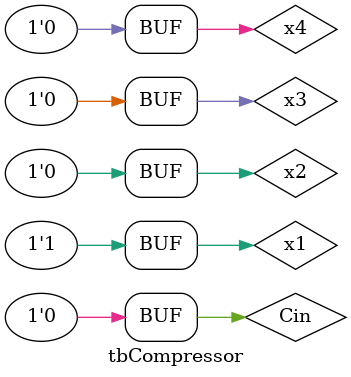
<source format=v>
`timescale 1ns/1ns
module tbCompressor();
  
reg x1,x2,x3,x4,Cin;
wire Sum,Carry,Cout;

compressor4to2   inst(x1,x2,x3,x4,Cin,Sum,Carry,Cout);

initial
begin
  {x2,x3,x4,Cin}=4'b0000;
  x1=1'b1;
  #1
  x2=~x2;
  #1
  x3=~x3;
  #1
  x4=~x4;
  #1
  Cin=~Cin;
  #1
  x1=~x1;
  //step 1
  #1
  x2=~x2;
  #1
  x3=~x3;
  #1
  x4=~x4;
  #1
  Cin=~Cin;
  #1
  x1=~x1;
  //step 2
  #1
  x2=~x2;
  #1
  x3=~x3;
  #1
  x4=~x4;
  #1
  Cin=~Cin;
  #1
  x1=~x1;
  //step 3
  #1
  x2=~x2;
  #1
  x3=~x3;
  #1
  x4=~x4;
  #1
  Cin=~Cin;
  #1
  x1=~x1;
  //step 4
  #1
  x2=~x2;
  #1
  x3=~x3;
  #1
  x4=~x4;
  #1
  Cin=~Cin;
  #1
  x1=~x1;
  //step 5
  #1
  x2=~x2;
  #1
  x3=~x3;
  #1
  x4=~x4;
  #1
  Cin=~Cin;
  #1
  x1=~x1;
 end
endmodule
  
</source>
